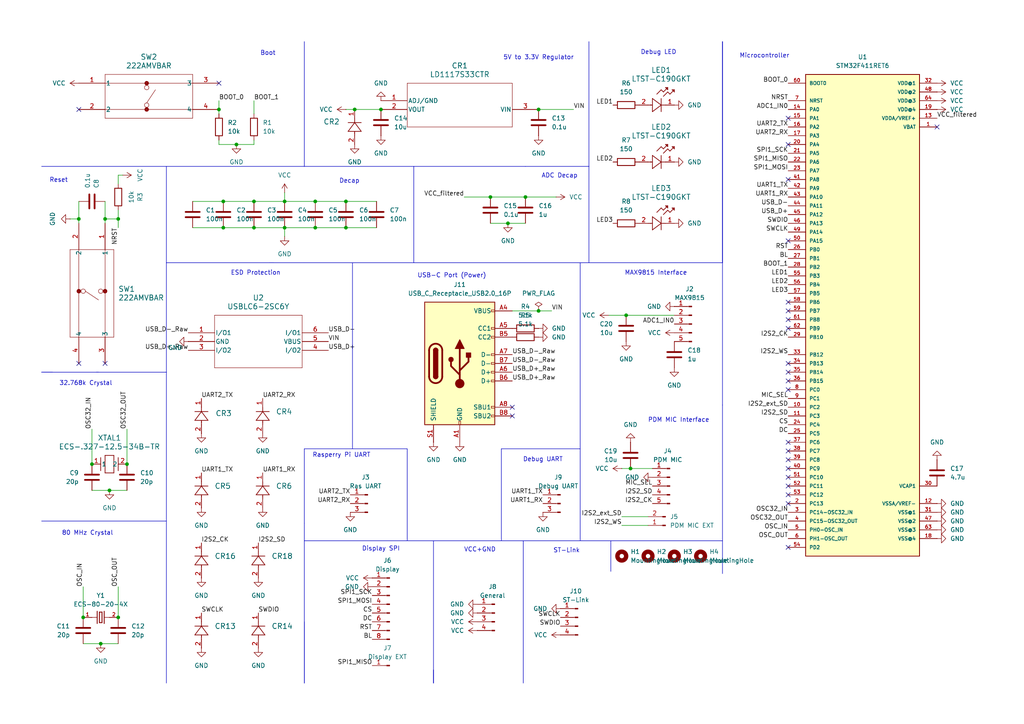
<source format=kicad_sch>
(kicad_sch (version 20250114) (generator "eeschema") (generator_version "9.0")
  (paper "A4")
  (text "Microcontroller" (at 221.742 16.256 0) (effects (font (size 1.27 1.27))))
  (text "Rasperry Pi UART" (at 99.06 132.08 0) (effects (font (size 1.27 1.27))))
  (text "Boot" (at 77.724 15.494 0) (effects (font (size 1.27 1.27))))
  (text "Debug LED" (at 191.008 15.24 0) (effects (font (size 1.27 1.27))))
  (text "32.768k Crystal" (at 24.892 111.252 0) (effects (font (size 1.27 1.27))))
  (text "PDM MIC Interface" (at 196.85 121.92 0) (effects (font (size 1.27 1.27))))
  (text "Reset" (at 17.018 52.324 0) (effects (font (size 1.27 1.27))))
  (text "Debug UART" (at 157.48 133.35 0) (effects (font (size 1.27 1.27))))
  (text "USB-C Port (Power)" (at 131.064 80.01 0) (effects (font (size 1.27 1.27))))
  (text "ADC Decap" (at 162.306 51.054 0) (effects (font (size 1.27 1.27))))
  (text "VCC+GND" (at 139.192 159.512 0) (effects (font (size 1.27 1.27))))
  (text "Display SPI" (at 110.49 159.258 0) (effects (font (size 1.27 1.27))))
  (text "Decap" (at 101.346 52.578 0) (effects (font (size 1.27 1.27))))
  (text "ST-Link" (at 164.338 159.766 0) (effects (font (size 1.27 1.27))))
  (text "ESD Protection" (at 74.168 79.248 0) (effects (font (size 1.27 1.27))))
  (text "MAX9815 Interface" (at 190.246 79.248 0) (effects (font (size 1.27 1.27))))
  (text "5V to 3.3V Regulator" (at 156.21 16.764 0) (effects (font (size 1.27 1.27))))
  (text "80 MHz Crystal" (at 25.4 154.686 0) (effects (font (size 1.27 1.27))))
  (junction (at 63.5 31.75))
  (junction (at 34.29 179.07))
  (junction (at 36.83 134.62))
  (junction (at 34.29 63.5))
  (junction (at 91.44 58.42))
  (junction (at 182.88 135.89))
  (junction (at 100.33 58.42))
  (junction (at 30.48 63.5))
  (junction (at 29.21 186.69))
  (junction (at 110.49 31.75))
  (junction (at 24.13 179.07))
  (junction (at 31.75 142.24))
  (junction (at 64.77 66.04))
  (junction (at 73.66 58.42))
  (junction (at 26.67 134.62))
  (junction (at 142.24 57.15))
  (junction (at 22.86 63.5))
  (junction (at 91.44 66.04))
  (junction (at 152.4 57.15))
  (junction (at 82.55 58.42))
  (junction (at 102.87 31.75))
  (junction (at 68.58 41.91))
  (junction (at 100.33 66.04))
  (junction (at 82.55 66.04))
  (junction (at 156.21 90.17))
  (junction (at 156.21 31.75))
  (junction (at 64.77 58.42))
  (junction (at 181.61 91.44))
  (junction (at 147.32 64.77))
  (junction (at 73.66 66.04))
  (no_connect (at 228.6 158.75))
  (no_connect (at 271.78 36.83))
  (no_connect (at 228.6 34.29))
  (no_connect (at 228.6 135.89))
  (no_connect (at 228.6 90.17))
  (no_connect (at 228.6 41.91))
  (no_connect (at 148.59 120.65))
  (no_connect (at 228.6 128.27))
  (no_connect (at 30.48 105.41))
  (no_connect (at 148.59 118.11))
  (no_connect (at 228.6 69.85))
  (no_connect (at 228.6 110.49))
  (no_connect (at 228.6 138.43))
  (no_connect (at 228.6 87.63))
  (no_connect (at 228.6 113.03))
  (no_connect (at 228.6 105.41))
  (no_connect (at 228.6 133.35))
  (no_connect (at 228.6 146.05))
  (no_connect (at 228.6 95.25))
  (no_connect (at 22.86 105.41))
  (no_connect (at 63.5 24.13))
  (no_connect (at 228.6 52.07))
  (no_connect (at 228.6 130.81))
  (no_connect (at 228.6 107.95))
  (no_connect (at 228.6 143.51))
  (no_connect (at 228.6 140.97))
  (no_connect (at 228.6 92.71))
  (no_connect (at 22.86 31.75))
  (wire (pts (xy 142.24 57.15) (xy 152.4 57.15)))
  (polyline (pts (xy 118.11 130.175) (xy 118.11 156.21)))
  (polyline (pts (xy 12.065 151.13) (xy 48.26 151.13)))
  (wire (pts (xy 181.61 91.44) (xy 195.58 91.44)))
  (polyline (pts (xy 88.265 156.845) (xy 176.53 156.845)))
  (wire (pts (xy 34.29 50.8) (xy 34.29 53.34)))
  (polyline (pts (xy 48.26 48.26) (xy 48.26 76.2)))
  (wire (pts (xy 24.13 186.69) (xy 29.21 186.69)))
  (wire (pts (xy 91.44 66.04) (xy 100.33 66.04)))
  (wire (pts (xy 35.56 50.8) (xy 34.29 50.8)))
  (polyline (pts (xy 88.265 151.765) (xy 88.265 156.845)))
  (polyline (pts (xy 120.015 48.26) (xy 120.015 76.2)))
  (polyline (pts (xy 170.815 48.26) (xy 170.815 76.2)))
  (wire (pts (xy 30.48 63.5) (xy 30.48 64.77)))
  (wire (pts (xy 68.58 41.91) (xy 73.66 41.91)))
  (wire (pts (xy 30.48 63.5) (xy 34.29 63.5)))
  (wire (pts (xy 156.21 31.75) (xy 166.37 31.75)))
  (polyline (pts (xy 145.415 130.175) (xy 168.275 130.175)))
  (polyline (pts (xy 102.235 76.2) (xy 102.235 130.175)))
  (wire (pts (xy 64.77 66.04) (xy 73.66 66.04)))
  (wire (pts (xy 20.32 63.5) (xy 22.86 63.5)))
  (polyline (pts (xy 176.53 156.845) (xy 177.165 156.845)))
  (polyline (pts (xy 27.94 107.95) (xy 48.26 107.95)))
  (polyline (pts (xy 177.165 156.845) (xy 177.165 165.735)))
  (polyline (pts (xy 209.55 117.475) (xy 209.55 166.37)))
  (polyline (pts (xy 48.26 107.95) (xy 48.26 198.12)))
  (polyline (pts (xy 168.275 130.175) (xy 168.275 156.845)))
  (wire (pts (xy 91.44 58.42) (xy 100.33 58.42)))
  (wire (pts (xy 22.86 63.5) (xy 22.86 64.77)))
  (wire (pts (xy 73.66 58.42) (xy 82.55 58.42)))
  (wire (pts (xy 63.5 31.75) (xy 63.5 33.02)))
  (polyline (pts (xy 12.065 107.95) (xy 28.575 107.95)))
  (polyline (pts (xy 152.4 48.26) (xy 170.815 48.26)))
  (wire (pts (xy 55.88 58.42) (xy 64.77 58.42)))
  (polyline (pts (xy 12.065 107.95) (xy 15.24 107.95)))
  (polyline (pts (xy 48.26 76.2) (xy 48.26 107.95)))
  (wire (pts (xy 82.55 55.88) (xy 82.55 58.42)))
  (wire (pts (xy 82.55 66.04) (xy 91.44 66.04)))
  (wire (pts (xy 147.32 64.77) (xy 152.4 64.77)))
  (wire (pts (xy 160.02 90.17) (xy 156.21 90.17)))
  (wire (pts (xy 36.83 124.46) (xy 36.83 134.62)))
  (wire (pts (xy 182.88 135.89) (xy 189.23 135.89)))
  (wire (pts (xy 22.86 58.42) (xy 22.86 63.5)))
  (wire (pts (xy 64.77 58.42) (xy 73.66 58.42)))
  (polyline (pts (xy 125.73 156.845) (xy 125.73 198.12)))
  (wire (pts (xy 24.13 170.18) (xy 24.13 179.07)))
  (wire (pts (xy 156.21 90.17) (xy 148.59 90.17)))
  (wire (pts (xy 34.29 63.5) (xy 34.29 66.04)))
  (wire (pts (xy 26.67 142.24) (xy 31.75 142.24)))
  (wire (pts (xy 34.29 170.18) (xy 34.29 179.07)))
  (wire (pts (xy 26.67 124.46) (xy 26.67 134.62)))
  (wire (pts (xy 100.33 31.75) (xy 102.87 31.75)))
  (wire (pts (xy 73.66 29.21) (xy 73.66 33.02)))
  (polyline (pts (xy 145.415 130.175) (xy 145.415 156.845)))
  (wire (pts (xy 73.66 41.91) (xy 73.66 40.64)))
  (wire (pts (xy 55.88 66.04) (xy 64.77 66.04)))
  (wire (pts (xy 63.5 41.91) (xy 63.5 40.64)))
  (wire (pts (xy 180.34 135.89) (xy 182.88 135.89)))
  (wire (pts (xy 34.29 60.96) (xy 34.29 63.5)))
  (polyline (pts (xy 209.55 12.065) (xy 209.55 76.2)))
  (wire (pts (xy 100.33 66.04) (xy 109.22 66.04)))
  (wire (pts (xy 102.87 31.75) (xy 110.49 31.75)))
  (wire (pts (xy 30.48 58.42) (xy 30.48 63.5)))
  (polyline (pts (xy 170.815 12.065) (xy 170.815 48.26)))
  (wire (pts (xy 82.55 66.04) (xy 82.55 68.58)))
  (wire (pts (xy 63.5 41.91) (xy 68.58 41.91)))
  (wire (pts (xy 134.62 57.15) (xy 142.24 57.15)))
  (polyline (pts (xy 12.065 48.26) (xy 88.265 48.26)))
  (polyline (pts (xy 88.265 48.26) (xy 152.4 48.26)))
  (polyline (pts (xy 209.55 12.065) (xy 209.55 117.475)))
  (polyline (pts (xy 177.165 156.845) (xy 209.55 156.845)))
  (polyline (pts (xy 88.265 130.175) (xy 118.11 130.175)))
  (polyline (pts (xy 118.11 156.21) (xy 118.11 156.845)))
  (wire (pts (xy 82.55 58.42) (xy 91.44 58.42)))
  (polyline (pts (xy 88.265 76.2) (xy 168.275 76.2)))
  (polyline (pts (xy 125.73 194.31) (xy 125.73 198.12)))
  (polyline (pts (xy 88.265 130.175) (xy 88.265 151.765)))
  (polyline (pts (xy 151.765 156.845) (xy 151.765 198.12)))
  (polyline (pts (xy 78.105 76.2) (xy 88.265 76.2)))
  (wire (pts (xy 100.33 58.42) (xy 109.22 58.42)))
  (wire (pts (xy 63.5 29.21) (xy 63.5 31.75)))
  (wire (pts (xy 29.21 186.69) (xy 34.29 186.69)))
  (polyline (pts (xy 88.265 180.34) (xy 88.265 198.12)))
  (polyline (pts (xy 48.26 76.2) (xy 79.375 76.2)))
  (polyline (pts (xy 88.265 156.845) (xy 88.265 198.12)))
  (wire (pts (xy 180.34 149.86) (xy 187.96 149.86)))
  (wire (pts (xy 176.53 91.44) (xy 181.61 91.44)))
  (wire (pts (xy 142.24 64.77) (xy 147.32 64.77)))
  (polyline (pts (xy 88.265 12.065) (xy 88.265 48.26)))
  (wire (pts (xy 180.34 152.4) (xy 187.96 152.4)))
  (polyline (pts (xy 168.275 76.2) (xy 209.55 76.2)))
  (polyline (pts (xy 168.275 76.2) (xy 168.275 130.175)))
  (wire (pts (xy 152.4 57.15) (xy 161.29 57.15)))
  (wire (pts (xy 31.75 142.24) (xy 36.83 142.24)))
  (wire (pts (xy 73.66 66.04) (xy 82.55 66.04)))
  (label "SWDIO" (at 228.6 64.77 180))
  (label "I2S2_ext_SD" (at 180.34 149.86 180))
  (label "I2S2_SD" (at 189.23 143.51 180))
  (label "I2S2_CK" (at 189.23 146.05 180))
  (label "UART2_RX" (at 76.2 115.57 0))
  (label "USB_D+_Raw" (at 148.59 110.49 0))
  (label "UART2_RX" (at 228.6 39.37 180))
  (label "LED1" (at 228.6 80.01 180))
  (label "MIC_SEL" (at 189.23 140.97 180))
  (label "SWCLK" (at 58.42 177.8 0))
  (label "BOOT_0" (at 63.5 29.21 0))
  (label "OSC32_IN" (at 26.67 124.46 90))
  (label "UART1_TX" (at 157.48 143.51 180))
  (label "USB_D-_Raw" (at 54.61 96.52 180))
  (label "NRST" (at 34.29 66.04 270))
  (label "NRST" (at 228.6 29.21 180))
  (label "VIN" (at 160.02 90.17 0))
  (label "OSC_IN" (at 228.6 153.67 180))
  (label "I2S2_WS" (at 180.34 152.4 180))
  (label "I2S2_CK" (at 58.42 157.48 0))
  (label "LED3" (at 177.8 64.77 180))
  (label "UART2_TX" (at 101.6 143.51 180))
  (label "BOOT_1" (at 73.66 29.21 0))
  (label "I2S2_ext_SD" (at 228.6 118.11 180))
  (label "OSC32_OUT" (at 228.6 151.13 180))
  (label "SPI1_MOSI" (at 107.95 175.26 180))
  (label "I2S2_CK" (at 228.6 97.79 180))
  (label "SPI1_SCK" (at 228.6 44.45 180))
  (label "DC" (at 228.6 125.73 180))
  (label "UART2_TX" (at 58.42 115.57 0))
  (label "USB_D-" (at 228.6 59.69 180))
  (label "OSC32_IN" (at 228.6 148.59 180))
  (label "VCC_filtered" (at 134.62 57.15 180))
  (label "UART2_TX" (at 228.6 36.83 180))
  (label "USB_D-_Raw" (at 148.59 105.41 0))
  (label "UART1_RX" (at 157.48 146.05 180))
  (label "USB_D+" (at 228.6 62.23 180))
  (label "BL" (at 107.95 185.42 180))
  (label "SPI1_MISO" (at 107.95 193.04 180))
  (label "LED1" (at 177.8 30.48 180))
  (label "USB_D+_Raw" (at 148.59 107.95 0))
  (label "SPI1_MISO" (at 228.6 46.99 180))
  (label "SWCLK" (at 228.6 67.31 180))
  (label "UART1_RX" (at 228.6 57.15 180))
  (label "SWDIO" (at 162.56 181.61 180))
  (label "I2S2_SD" (at 74.93 157.48 0))
  (label "USB_D-" (at 95.25 96.52 0))
  (label "OSC_OUT" (at 228.6 156.21 180))
  (label "BL" (at 228.6 74.93 180))
  (label "CS" (at 107.95 177.8 180))
  (label "ADC1_IN0" (at 195.58 93.98 180))
  (label "UART1_TX" (at 228.6 54.61 180))
  (label "SWDIO" (at 74.93 177.8 0))
  (label "UART2_RX" (at 101.6 146.05 180))
  (label "BOOT_0" (at 228.6 24.13 180))
  (label "USB_D+" (at 95.25 101.6 0))
  (label "I2S2_WS" (at 228.6 102.87 180))
  (label "SPI1_MOSI" (at 228.6 49.53 180))
  (label "OSC_IN" (at 24.13 170.18 90))
  (label "USB_D-_Raw" (at 148.59 102.87 0))
  (label "ADC1_IN0" (at 228.6 31.75 180))
  (label "BOOT_1" (at 228.6 77.47 180))
  (label "MIC_SEL" (at 228.6 115.57 180))
  (label "OSC32_OUT" (at 36.83 124.46 90))
  (label "VIN" (at 166.37 31.75 0))
  (label "OSC_OUT" (at 34.29 170.18 90))
  (label "LED2" (at 228.6 82.55 180))
  (label "LED3" (at 228.6 85.09 180))
  (label "UART1_RX" (at 76.2 137.16 0))
  (label "SWCLK" (at 162.56 179.07 180))
  (label "CS" (at 228.6 123.19 180))
  (label "VIN" (at 95.25 99.06 0))
  (label "VCC_filtered" (at 271.78 34.29 0))
  (label "SPI1_SCK" (at 107.95 172.72 180))
  (label "RST" (at 107.95 182.88 180))
  (label "LED2" (at 177.8 46.99 180))
  (label "I2S2_SD" (at 228.6 120.65 180))
  (label "DC" (at 107.95 180.34 180))
  (label "UART1_TX" (at 58.42 137.16 0))
  (label "RST" (at 228.6 72.39 180))
  (label "USB_D+_Raw" (at 54.61 101.6 180))
  (symbol (lib_id "power:VCC") (at 100.33 31.75 90) (unit 1)
    (property "Reference" "#PWR012" (effects (hide yes)))
    (property "Value" "VCC" (at 96.52 31.7499 90) (effects (justify left)))
    (property "Description" "Power symbol creates a global label with name \"VCC\"" (effects (hide yes)))
  )
  (symbol (lib_id "power:GND") (at 82.55 68.58 0) (unit 1)
    (property "Reference" "#PWR04" (effects (hide yes)))
    (property "Value" "GND" (at 82.55 73.66 0))
    (property "Description" "Power symbol creates a global label with name \"GND\" , ground" (effects (hide yes)))
  )
  (symbol (lib_id "Device:C") (at 271.78 137.16 0) (unit 1)
    (property "Reference" "C17" (at 275.59 135.8899 0) (effects (justify left)))
    (property "Value" "4.7u" (at 275.59 138.4299 0) (effects (justify left)))
    (property "Footprint" "Capacitor_SMD:C_0603_1608Metric_Pad1.08x0.95mm_HandSolder" (effects (hide yes)))
    (property "Description" "Unpolarized capacitor" (effects (hide yes)))
  )
  (symbol (lib_id "power:VCC") (at 271.78 24.13 270) (unit 1)
    (property "Reference" "#PWR025" (effects (hide yes)))
    (property "Value" "VCC" (at 275.59 24.1299 90) (effects (justify left)))
    (property "Description" "Power symbol creates a global label with name \"VCC\"" (effects (hide yes)))
  )
  (symbol (lib_id "Connector:Conn_01x04_Pin") (at 143.51 177.8 0) (mirror y) (unit 1)
    (property "Reference" "J8" (at 142.875 170.18 0))
    (property "Value" "General" (at 142.875 172.72 0))
    (property "Footprint" "Connector_PinHeader_2.54mm:PinHeader_1x04_P2.54mm_Vertical" (effects (hide yes)))
    (property "Description" "Generic connector, single row, 01x04, script generated" (effects (hide yes)))
  )
  (symbol (lib_id "Device:C") (at 91.44 62.23 0) (unit 1)
    (property "Reference" "C5" (at 95.25 60.9599 0) (effects (justify left)))
    (property "Value" "100n" (at 95.25 63.4999 0) (effects (justify left)))
    (property "Footprint" "Capacitor_SMD:C_0603_1608Metric_Pad1.08x0.95mm_HandSolder" (effects (hide yes)))
    (property "Description" "Unpolarized capacitor" (effects (hide yes)))
  )
  (symbol (lib_id "power:GND") (at 76.2 147.32 0) (unit 1)
    (property "Reference" "#PWR056" (effects (hide yes)))
    (property "Value" "GND" (at 76.2 152.4 0))
    (property "Description" "Power symbol creates a global label with name \"GND\" , ground" (effects (hide yes)))
  )
  (symbol (lib_id "Device:C") (at 24.13 182.88 0) (mirror y) (unit 1)
    (property "Reference" "C11" (at 20.32 181.6099 0) (effects (justify left)))
    (property "Value" "20p" (at 20.32 184.1499 0) (effects (justify left)))
    (property "Footprint" "Capacitor_SMD:C_0603_1608Metric_Pad1.08x0.95mm_HandSolder" (effects (hide yes)))
    (property "Description" "Unpolarized capacitor" (effects (hide yes)))
  )
  (symbol (lib_id "power:GND") (at 195.58 46.99 90) (unit 1)
    (property "Reference" "#PWR045" (effects (hide yes)))
    (property "Value" "GND" (at 199.39 46.9899 90) (effects (justify right)))
    (property "Description" "Power symbol creates a global label with name \"GND\" , ground" (effects (hide yes)))
  )
  (symbol (lib_id "2025-03-19_21-11-36:LD1117S33CTR") (at 110.49 29.21 0) (unit 1)
    (property "Reference" "CR1" (at 133.35 19.05 0) (effects (font (size 1.524 1.524))))
    (property "Value" "LD1117S33CTR" (at 133.35 21.59 0) (effects (font (size 1.524 1.524))))
    (property "Footprint" "LD1117S33CTR:SOT-223_STM-L" (effects (hide yes)))
    (property "Datasheet" "LD1117S33CTR" (effects (hide yes)))
  )
  (symbol (lib_id "power:VCC") (at 22.86 24.13 90) (unit 1)
    (property "Reference" "#PWR03" (effects (hide yes)))
    (property "Value" "VCC" (at 19.05 24.1299 90) (effects (justify left)))
    (property "Description" "Power symbol creates a global label with name \"VCC\"" (effects (hide yes)))
  )
  (symbol (lib_id "Device:C") (at 100.33 62.23 0) (unit 1)
    (property "Reference" "C6" (at 104.14 60.9599 0) (effects (justify left)))
    (property "Value" "100n" (at 104.14 63.4999 0) (effects (justify left)))
    (property "Footprint" "Capacitor_SMD:C_0603_1608Metric_Pad1.08x0.95mm_HandSolder" (effects (hide yes)))
    (property "Description" "Unpolarized capacitor" (effects (hide yes)))
  )
  (symbol (lib_id "2025-03-21_00-59-48:PESD3V3L1BA_115") (at 76.2 125.73 90) (unit 1)
    (property "Reference" "CR4" (at 80.01 119.3799 90) (effects (font (size 1.524 1.524)) (justify right)))
    (property "Value" "PESD3V3L1BA_115" (effects (hide yes)))
    (property "Footprint" "PESD3V3:DIODE_PESD3V3L1BA_115_NEX-L" (effects (hide yes)))
    (property "Datasheet" "PESD3V3L1BA_115" (effects (hide yes)))
  )
  (symbol (lib_id "power:PWR_FLAG") (at 156.21 90.17 0) (unit 1)
    (property "Reference" "#FLG01" (effects (hide yes)))
    (property "Value" "PWR_FLAG" (at 156.21 85.09 0))
    (property "Description" "Special symbol for telling ERC where power comes from" (effects (hide yes)))
  )
  (symbol (lib_id "power:GND") (at 76.2 125.73 0) (unit 1)
    (property "Reference" "#PWR054" (effects (hide yes)))
    (property "Value" "GND" (at 76.2 130.81 0))
    (property "Description" "Power symbol creates a global label with name \"GND\" , ground" (effects (hide yes)))
  )
  (symbol (lib_id "2025-03-21_00-59-48:PESD3V3L1BA_115") (at 58.42 187.96 90) (unit 1)
    (property "Reference" "CR13" (at 62.23 181.6099 90) (effects (font (size 1.524 1.524)) (justify right)))
    (property "Value" "PESD3V3L1BA_115" (effects (hide yes)))
    (property "Footprint" "PESD3V3:DIODE_PESD3V3L1BA_115_NEX-L" (effects (hide yes)))
    (property "Datasheet" "PESD3V3L1BA_115" (effects (hide yes)))
  )
  (symbol (lib_id "2025-03-20_05-34-50:LTST-C190GKT") (at 185.42 30.48 0) (unit 1)
    (property "Reference" "LED1" (at 191.77 20.32 0) (effects (font (size 1.524 1.524))))
    (property "Value" "LTST-C190GKT" (at 191.77 22.86 0) (effects (font (size 1.524 1.524))))
    (property "Footprint" "LTST_C190GKT:LED_LTST-C190CKT_LTO" (effects (hide yes)))
    (property "Datasheet" "LTST-C190GKT" (effects (hide yes)))
  )
  (symbol (lib_id "power:VCC") (at 271.78 31.75 270) (unit 1)
    (property "Reference" "#PWR030" (effects (hide yes)))
    (property "Value" "VCC" (at 275.59 31.7499 90) (effects (justify left)))
    (property "Description" "Power symbol creates a global label with name \"VCC\"" (effects (hide yes)))
  )
  (symbol (lib_id "power:GND") (at 133.35 128.27 0) (unit 1)
    (property "Reference" "#PWR021" (effects (hide yes)))
    (property "Value" "GND" (at 133.35 133.35 0))
    (property "Description" "Power symbol creates a global label with name \"GND\" , ground" (effects (hide yes)))
  )
  (symbol (lib_id "Connector:Conn_01x03_Pin") (at 162.56 146.05 0) (mirror y) (unit 1)
    (property "Reference" "J9" (at 161.925 138.43 0))
    (property "Value" "Debug UART" (at 161.925 140.97 0))
    (property "Footprint" "Connector_PinHeader_2.54mm:PinHeader_1x03_P2.54mm_Vertical" (effects (hide yes)))
    (property "Description" "Generic connector, single row, 01x03, script generated" (effects (hide yes)))
  )
  (symbol (lib_id "2025-03-21_01-10-42:USBLC6-2SC6Y") (at 54.61 96.52 0) (unit 1)
    (property "Reference" "U2" (at 74.93 86.36 0) (effects (font (size 1.524 1.524))))
    (property "Value" "USBLC6-2SC6Y" (at 74.93 88.9 0) (effects (font (size 1.524 1.524))))
    (property "Footprint" "USBLC6_2SC6Y:SOT23-6L_STM-L" (effects (hide yes)))
    (property "Datasheet" "USBLC6-2SC6Y" (effects (hide yes)))
  )
  (symbol (lib_id "Connector:Conn_01x01_Pin") (at 113.03 193.04 0) (mirror y) (unit 1)
    (property "Reference" "J7" (at 112.395 187.96 0))
    (property "Value" "Display EXT" (at 112.395 190.5 0))
    (property "Footprint" "Connector_PinHeader_2.54mm:PinHeader_1x01_P2.54mm_Vertical" (effects (hide yes)))
    (property "Description" "Generic connector, single row, 01x01, script generated" (effects (hide yes)))
  )
  (symbol (lib_id "power:GND") (at 58.42 147.32 0) (unit 1)
    (property "Reference" "#PWR055" (effects (hide yes)))
    (property "Value" "GND" (at 58.42 152.4 0))
    (property "Description" "Power symbol creates a global label with name \"GND\" , ground" (effects (hide yes)))
  )
  (symbol (lib_id "power:GND") (at 195.58 64.77 90) (unit 1)
    (property "Reference" "#PWR046" (effects (hide yes)))
    (property "Value" "GND" (at 199.39 64.7699 90) (effects (justify right)))
    (property "Description" "Power symbol creates a global label with name \"GND\" , ground" (effects (hide yes)))
  )
  (symbol (lib_id "2025-03-21_00-59-48:PESD3V3L1BA_115") (at 102.87 41.91 270) (mirror x) (unit 1)
    (property "Reference" "CR2" (at 98.552 35.306 90) (effects (font (size 1.524 1.524)) (justify right)))
    (property "Value" "PESD3V3L1BA_115" (effects (hide yes)))
    (property "Footprint" "PESD3V3:DIODE_PESD3V3L1BA_115_NEX-L" (effects (hide yes)))
    (property "Datasheet" "PESD3V3L1BA_115" (effects (hide yes)))
  )
  (symbol (lib_id "Device:C") (at 73.66 62.23 0) (unit 1)
    (property "Reference" "C3" (at 77.47 60.9599 0) (effects (justify left)))
    (property "Value" "100n" (at 77.47 63.4999 0) (effects (justify left)))
    (property "Footprint" "Capacitor_SMD:C_0603_1608Metric_Pad1.08x0.95mm_HandSolder" (effects (hide yes)))
    (property "Description" "Unpolarized capacitor" (effects (hide yes)))
  )
  (symbol (lib_id "2025-03-21_00-59-48:PESD3V3L1BA_115") (at 58.42 147.32 90) (unit 1)
    (property "Reference" "CR5" (at 62.23 140.9699 90) (effects (font (size 1.524 1.524)) (justify right)))
    (property "Value" "PESD3V3L1BA_115" (effects (hide yes)))
    (property "Footprint" "PESD3V3:DIODE_PESD3V3L1BA_115_NEX-L" (effects (hide yes)))
    (property "Datasheet" "PESD3V3L1BA_115" (effects (hide yes)))
  )
  (symbol (lib_id "2025-03-21_00-59-48:PESD3V3L1BA_115") (at 58.42 167.64 90) (unit 1)
    (property "Reference" "CR16" (at 62.23 161.2899 90) (effects (font (size 1.524 1.524)) (justify right)))
    (property "Value" "PESD3V3L1BA_115" (effects (hide yes)))
    (property "Footprint" "PESD3V3:DIODE_PESD3V3L1BA_115_NEX-L" (effects (hide yes)))
    (property "Datasheet" "PESD3V3L1BA_115" (effects (hide yes)))
  )
  (symbol (lib_id "power:GND") (at 157.48 148.59 0) (unit 1)
    (property "Reference" "#PWR047" (effects (hide yes)))
    (property "Value" "GND" (at 157.48 153.67 0))
    (property "Description" "Power symbol creates a global label with name \"GND\" , ground" (effects (hide yes)))
  )
  (symbol (lib_id "Device:C") (at 182.88 132.08 0) (mirror y) (unit 1)
    (property "Reference" "C19" (at 179.07 130.8099 0) (effects (justify left)))
    (property "Value" "10u" (at 179.07 133.3499 0) (effects (justify left)))
    (property "Footprint" "Capacitor_SMD:C_0805_2012Metric_Pad1.18x1.45mm_HandSolder" (effects (hide yes)))
    (property "Description" "Unpolarized capacitor" (effects (hide yes)))
  )
  (symbol (lib_id "power:GND") (at 101.6 148.59 0) (unit 1)
    (property "Reference" "#PWR035" (effects (hide yes)))
    (property "Value" "GND" (at 101.6 153.67 0))
    (property "Description" "Power symbol creates a global label with name \"GND\" , ground" (effects (hide yes)))
  )
  (symbol (lib_id "STM32F411RET6:STM32F411RET6") (at 251.46 87.63 0) (unit 1)
    (property "Reference" "U1" (at 250.19 16.51 0))
    (property "Value" "STM32F411RET6" (at 250.19 19.05 0))
    (property "Footprint" "STM32F411RE6:QFP50P1200X1200X160-64N" (effects (hide yes)))
    (property "MANUFACTURER" "ST Microelectronics" (effects (hide yes)))
  )
  (symbol (lib_id "power:GND") (at 58.42 167.64 0) (unit 1)
    (property "Reference" "#PWR066" (effects (hide yes)))
    (property "Value" "GND" (at 58.42 172.72 0))
    (property "Description" "Power symbol creates a global label with name \"GND\" , ground" (effects (hide yes)))
  )
  (symbol (lib_id "power:GND") (at 195.58 106.68 0) (unit 1)
    (property "Reference" "#PWR034" (effects (hide yes)))
    (property "Value" "GND" (at 195.58 111.76 0))
    (property "Description" "Power symbol creates a global label with name \"GND\" , ground" (effects (hide yes)))
  )
  (symbol (lib_id "Connector:Conn_01x08_Pin") (at 113.03 175.26 0) (mirror y) (unit 1)
    (property "Reference" "J6" (at 112.395 162.56 0))
    (property "Value" "Display" (at 112.395 165.1 0))
    (property "Footprint" "Connector_PinHeader_2.54mm:PinHeader_1x08_P2.54mm_Vertical" (effects (hide yes)))
    (property "Description" "Generic connector, single row, 01x08, script generated" (effects (hide yes)))
  )
  (symbol (lib_id "power:GND") (at 125.73 128.27 0) (unit 1)
    (property "Reference" "#PWR020" (effects (hide yes)))
    (property "Value" "GND" (at 125.73 133.35 0))
    (property "Description" "Power symbol creates a global label with name \"GND\" , ground" (effects (hide yes)))
  )
  (symbol (lib_id "2025-03-20_05-34-50:LTST-C190GKT") (at 185.42 64.77 0) (unit 1)
    (property "Reference" "LED3" (at 191.77 54.61 0) (effects (font (size 1.524 1.524))))
    (property "Value" "LTST-C190GKT" (at 191.77 57.15 0) (effects (font (size 1.524 1.524))))
    (property "Footprint" "LTST_C190GKT:LED_LTST-C190CKT_LTO" (effects (hide yes)))
    (property "Datasheet" "LTST-C190GKT" (effects (hide yes)))
  )
  (symbol (lib_id "power:GND") (at 162.56 176.53 270) (unit 1)
    (property "Reference" "#PWR048" (effects (hide yes)))
    (property "Value" "GND" (at 158.75 176.5299 90) (effects (justify right)))
    (property "Description" "Power symbol creates a global label with name \"GND\" , ground" (effects (hide yes)))
  )
  (symbol (lib_id "Connector:Conn_01x03_Pin") (at 106.68 146.05 0) (mirror y) (unit 1)
    (property "Reference" "J3" (at 106.045 138.43 0))
    (property "Value" "Ras UART" (at 106.045 140.97 0))
    (property "Footprint" "Connector_PinHeader_2.54mm:PinHeader_1x03_P2.54mm_Vertical" (effects (hide yes)))
    (property "Description" "Generic connector, single row, 01x03, script generated" (effects (hide yes)))
  )
  (symbol (lib_id "power:GND") (at 271.78 151.13 90) (unit 1)
    (property "Reference" "#PWR014" (effects (hide yes)))
    (property "Value" "GND" (at 275.59 151.1299 90) (effects (justify right)))
    (property "Description" "Power symbol creates a global label with name \"GND\" , ground" (effects (hide yes)))
  )
  (symbol (lib_id "ECS-80-20-4X:ECS-80-20-4X") (at 29.21 179.07 0) (unit 1)
    (property "Reference" "Y1" (at 29.21 172.72 0))
    (property "Value" "ECS-80-20-4X" (at 29.21 175.26 0))
    (property "Footprint" "ECS_80:XTAL_ECS-80-20-4X" (effects (hide yes)))
    (property "MANUFACTURER" "ECS Inc." (effects (hide yes)))
  )
  (symbol (lib_id "Device:C") (at 64.77 62.23 0) (unit 1)
    (property "Reference" "C2" (at 68.58 60.9599 0) (effects (justify left)))
    (property "Value" "100n" (at 68.58 63.4999 0) (effects (justify left)))
    (property "Footprint" "Capacitor_SMD:C_0603_1608Metric_Pad1.08x0.95mm_HandSolder" (effects (hide yes)))
    (property "Description" "Unpolarized capacitor" (effects (hide yes)))
  )
  (symbol (lib_id "Device:C") (at 110.49 35.56 0) (unit 1)
    (property "Reference" "C14" (at 114.3 34.2899 0) (effects (justify left)))
    (property "Value" "10u" (at 114.3 36.8299 0) (effects (justify left)))
    (property "Footprint" "Capacitor_SMD:C_0805_2012Metric_Pad1.18x1.45mm_HandSolder" (effects (hide yes)))
    (property "Description" "Unpolarized capacitor" (effects (hide yes)))
  )
  (symbol (lib_id "2025-03-21_00-59-48:PESD3V3L1BA_115") (at 74.93 187.96 90) (unit 1)
    (property "Reference" "CR14" (at 78.74 181.6099 90) (effects (font (size 1.524 1.524)) (justify right)))
    (property "Value" "PESD3V3L1BA_115" (effects (hide yes)))
    (property "Footprint" "PESD3V3:DIODE_PESD3V3L1BA_115_NEX-L" (effects (hide yes)))
    (property "Datasheet" "PESD3V3L1BA_115" (effects (hide yes)))
  )
  (symbol (lib_id "power:GND") (at 54.61 99.06 270) (unit 1)
    (property "Reference" "#PWR052" (effects (hide yes)))
    (property "Value" "GND" (at 52.832 100.838 90) (effects (justify right)))
    (property "Description" "Power symbol creates a global label with name \"GND\" , ground" (effects (hide yes)))
  )
  (symbol (lib_id "power:GND") (at 271.78 153.67 90) (unit 1)
    (property "Reference" "#PWR015" (effects (hide yes)))
    (property "Value" "GND" (at 275.59 153.6699 90) (effects (justify right)))
    (property "Description" "Power symbol creates a global label with name \"GND\" , ground" (effects (hide yes)))
  )
  (symbol (lib_id "Mechanical:MountingHole") (at 180.34 161.29 0) (unit 1) (exclude_from_sim yes) (in_bom no)
    (property "Reference" "H1" (at 182.88 160.0199 0) (effects (justify left)))
    (property "Value" "MountingHole" (at 182.88 162.5599 0) (effects (justify left)))
    (property "Footprint" "MountingHole:MountingHole_3.2mm_M3" (effects (hide yes)))
    (property "Description" "Mounting Hole without connection" (effects (hide yes)))
  )
  (symbol (lib_id "Device:C") (at 152.4 60.96 0) (unit 1)
    (property "Reference" "C16" (at 156.21 59.6899 0) (effects (justify left)))
    (property "Value" "1u" (at 156.21 62.2299 0) (effects (justify left)))
    (property "Footprint" "Capacitor_SMD:C_0603_1608Metric_Pad1.08x0.95mm_HandSolder" (effects (hide yes)))
    (property "Description" "Unpolarized capacitor" (effects (hide yes)))
  )
  (symbol (lib_id "power:GND") (at 138.43 177.8 270) (unit 1)
    (property "Reference" "#PWR041" (effects (hide yes)))
    (property "Value" "GND" (at 134.62 177.7999 90) (effects (justify right)))
    (property "Description" "Power symbol creates a global label with name \"GND\" , ground" (effects (hide yes)))
  )
  (symbol (lib_id "Device:C") (at 34.29 182.88 0) (unit 1)
    (property "Reference" "C12" (at 38.1 181.6099 0) (effects (justify left)))
    (property "Value" "20p" (at 38.1 184.1499 0) (effects (justify left)))
    (property "Footprint" "Capacitor_SMD:C_0603_1608Metric_Pad1.08x0.95mm_HandSolder" (effects (hide yes)))
    (property "Description" "Unpolarized capacitor" (effects (hide yes)))
  )
  (symbol (lib_id "power:GND") (at 156.21 95.25 90) (unit 1)
    (property "Reference" "#PWR022" (effects (hide yes)))
    (property "Value" "GND" (at 160.02 95.2499 90) (effects (justify right)))
    (property "Description" "Power symbol creates a global label with name \"GND\" , ground" (effects (hide yes)))
  )
  (symbol (lib_id "power:GND") (at 195.58 30.48 90) (unit 1)
    (property "Reference" "#PWR044" (effects (hide yes)))
    (property "Value" "GND" (at 199.39 30.4799 90) (effects (justify right)))
    (property "Description" "Power symbol creates a global label with name \"GND\" , ground" (effects (hide yes)))
  )
  (symbol (lib_id "Device:C") (at 36.83 138.43 0) (unit 1)
    (property "Reference" "C10" (at 40.64 137.1599 0) (effects (justify left)))
    (property "Value" "20p" (at 40.64 139.6999 0) (effects (justify left)))
    (property "Footprint" "Capacitor_SMD:C_0603_1608Metric_Pad1.08x0.95mm_HandSolder" (effects (hide yes)))
    (property "Description" "Unpolarized capacitor" (effects (hide yes)))
  )
  (symbol (lib_id "2025-03-21_06-46-57:222AMVBAR") (at 22.86 26.67 0) (unit 1)
    (property "Reference" "SW2" (at 43.18 16.51 0) (effects (font (size 1.524 1.524))))
    (property "Value" "222AMVBAR" (at 43.18 19.05 0) (effects (font (size 1.524 1.524))))
    (property "Footprint" "222AMVBAR:SO4_222A-M-V-B_CTS" (effects (hide yes)))
    (property "Datasheet" "222AMVBAR" (effects (hide yes)))
  )
  (symbol (lib_id "Device:R") (at 152.4 95.25 90) (unit 1)
    (property "Reference" "R4" (at 152.4 88.9 90))
    (property "Value" "5.1k" (at 152.4 91.44 90))
    (property "Footprint" "Resistor_SMD:R_0805_2012Metric_Pad1.20x1.40mm_HandSolder" (effects (hide yes)))
    (property "Description" "Resistor" (effects (hide yes)))
  )
  (symbol (lib_id "2025-03-20_05-34-50:LTST-C190GKT") (at 185.42 46.99 0) (unit 1)
    (property "Reference" "LED2" (at 191.77 36.83 0) (effects (font (size 1.524 1.524))))
    (property "Value" "LTST-C190GKT" (at 191.77 39.37 0) (effects (font (size 1.524 1.524))))
    (property "Footprint" "LTST_C190GKT:LED_LTST-C190CKT_LTO" (effects (hide yes)))
    (property "Datasheet" "LTST-C190GKT" (effects (hide yes)))
  )
  (symbol (lib_id "power:GND") (at 68.58 41.91 0) (unit 1)
    (property "Reference" "#PWR01" (effects (hide yes)))
    (property "Value" "GND" (at 68.58 46.99 0))
    (property "Description" "Power symbol creates a global label with name \"GND\" , ground" (effects (hide yes)))
  )
  (symbol (lib_id "Connector:USB_C_Receptacle_USB2.0_16P") (at 133.35 105.41 0) (unit 1)
    (property "Reference" "J11" (at 133.35 82.55 0))
    (property "Value" "USB_C_Receptacle_USB2.0_16P" (at 133.35 85.09 0))
    (property "Footprint" "Connector_USB:USB_C_Receptacle_GCT_USB4105-xx-A_16P_TopMnt_Horizontal" (effects (hide yes)))
    (property "Datasheet" "https://www.usb.org/sites/default/files/documents/usb_type-c.zip" (effects (hide yes)))
    (property "Description" "USB 2.0-only 16P Type-C Receptacle connector" (effects (hide yes)))
  )
  (symbol (lib_id "Device:C") (at 55.88 62.23 0) (unit 1)
    (property "Reference" "C1" (at 59.69 60.9599 0) (effects (justify left)))
    (property "Value" "100n" (at 59.69 63.4999 0) (effects (justify left)))
    (property "Footprint" "Capacitor_SMD:C_0603_1608Metric_Pad1.08x0.95mm_HandSolder" (effects (hide yes)))
    (property "Description" "Unpolarized capacitor" (effects (hide yes)))
  )
  (symbol (lib_id "power:GND") (at 189.23 138.43 270) (unit 1)
    (property "Reference" "#PWR037" (effects (hide yes)))
    (property "Value" "GND" (at 185.42 138.4299 90) (effects (justify right)))
    (property "Description" "Power symbol creates a global label with name \"GND\" , ground" (effects (hide yes)))
  )
  (symbol (lib_id "power:GND") (at 110.49 29.21 0) (mirror x) (unit 1)
    (property "Reference" "#PWR09" (effects (hide yes)))
    (property "Value" "GND" (at 110.49 24.13 0))
    (property "Description" "Power symbol creates a global label with name \"GND\" , ground" (effects (hide yes)))
  )
  (symbol (lib_id "Device:C") (at 156.21 35.56 0) (unit 1)
    (property "Reference" "C13" (at 160.02 34.2899 0) (effects (justify left)))
    (property "Value" "0.1u" (at 160.02 36.8299 0) (effects (justify left)))
    (property "Footprint" "Capacitor_SMD:C_0603_1608Metric_Pad1.08x0.95mm_HandSolder" (effects (hide yes)))
    (property "Description" "Unpolarized capacitor" (effects (hide yes)))
  )
  (symbol (lib_id "power:GND") (at 29.21 186.69 0) (unit 1)
    (property "Reference" "#PWR08" (effects (hide yes)))
    (property "Value" "GND" (at 29.21 191.77 0))
    (property "Description" "Power symbol creates a global label with name \"GND\" , ground" (effects (hide yes)))
  )
  (symbol (lib_id "power:GND") (at 107.95 170.18 270) (unit 1)
    (property "Reference" "#PWR039" (effects (hide yes)))
    (property "Value" "GND" (at 104.14 170.1799 90) (effects (justify right)))
    (property "Description" "Power symbol creates a global label with name \"GND\" , ground" (effects (hide yes)))
  )
  (symbol (lib_id "power:VCC") (at 107.95 167.64 90) (unit 1)
    (property "Reference" "#PWR038" (effects (hide yes)))
    (property "Value" "VCC" (at 104.14 167.6399 90) (effects (justify left)))
    (property "Description" "Power symbol creates a global label with name \"VCC\"" (effects (hide yes)))
  )
  (symbol (lib_id "power:VCC") (at 180.34 135.89 90) (unit 1)
    (property "Reference" "#PWR036" (effects (hide yes)))
    (property "Value" "VCC" (at 176.53 135.8899 90) (effects (justify left)))
    (property "Description" "Power symbol creates a global label with name \"VCC\"" (effects (hide yes)))
  )
  (symbol (lib_id "power:GND") (at 31.75 142.24 0) (unit 1)
    (property "Reference" "#PWR07" (effects (hide yes)))
    (property "Value" "GND" (at 31.75 147.32 0))
    (property "Description" "Power symbol creates a global label with name \"GND\" , ground" (effects (hide yes)))
  )
  (symbol (lib_id "Connector:Conn_01x05_Pin") (at 200.66 93.98 0) (mirror y) (unit 1)
    (property "Reference" "J2" (at 200.025 83.82 0))
    (property "Value" "MAX9815" (at 200.025 86.36 0))
    (property "Footprint" "Connector_PinHeader_2.54mm:PinHeader_1x05_P2.54mm_Vertical" (effects (hide yes)))
    (property "Description" "Generic connector, single row, 01x05, script generated" (effects (hide yes)))
  )
  (symbol (lib_id "power:VCC") (at 271.78 29.21 270) (unit 1)
    (property "Reference" "#PWR027" (effects (hide yes)))
    (property "Value" "VCC" (at 275.59 29.2099 90) (effects (justify left)))
    (property "Description" "Power symbol creates a global label with name \"VCC\"" (effects (hide yes)))
  )
  (symbol (lib_id "power:VCC") (at 271.78 26.67 270) (unit 1)
    (property "Reference" "#PWR026" (effects (hide yes)))
    (property "Value" "VCC" (at 275.59 26.6699 90) (effects (justify left)))
    (property "Description" "Power symbol creates a global label with name \"VCC\"" (effects (hide yes)))
  )
  (symbol (lib_id "power:VCC") (at 138.43 180.34 90) (unit 1)
    (property "Reference" "#PWR042" (effects (hide yes)))
    (property "Value" "VCC" (at 134.62 180.3399 90) (effects (justify left)))
    (property "Description" "Power symbol creates a global label with name \"VCC\"" (effects (hide yes)))
  )
  (symbol (lib_id "power:GND") (at 102.87 41.91 0) (unit 1)
    (property "Reference" "#PWR051" (effects (hide yes)))
    (property "Value" "GND" (at 102.87 46.99 0))
    (property "Description" "Power symbol creates a global label with name \"GND\" , ground" (effects (hide yes)))
  )
  (symbol (lib_id "power:GND") (at 182.88 128.27 180) (unit 1)
    (property "Reference" "#PWR049" (effects (hide yes)))
    (property "Value" "GND" (at 182.88 123.19 0))
    (property "Description" "Power symbol creates a global label with name \"GND\" , ground" (effects (hide yes)))
  )
  (symbol (lib_id "power:GND") (at 156.21 97.79 90) (unit 1)
    (property "Reference" "#PWR023" (effects (hide yes)))
    (property "Value" "GND" (at 160.02 97.7899 90) (effects (justify right)))
    (property "Description" "Power symbol creates a global label with name \"GND\" , ground" (effects (hide yes)))
  )
  (symbol (lib_id "power:VCC") (at 138.43 182.88 90) (unit 1)
    (property "Reference" "#PWR043" (effects (hide yes)))
    (property "Value" "VCC" (at 134.62 182.8799 90) (effects (justify left)))
    (property "Description" "Power symbol creates a global label with name \"VCC\"" (effects (hide yes)))
  )
  (symbol (lib_id "power:GND") (at 138.43 175.26 270) (unit 1)
    (property "Reference" "#PWR040" (effects (hide yes)))
    (property "Value" "GND" (at 134.62 175.2599 90) (effects (justify right)))
    (property "Description" "Power symbol creates a global label with name \"GND\" , ground" (effects (hide yes)))
  )
  (symbol (lib_id "Mechanical:MountingHole") (at 187.96 161.29 0) (unit 1) (exclude_from_sim yes) (in_bom no)
    (property "Reference" "H2" (at 190.5 160.0199 0) (effects (justify left)))
    (property "Value" "MountingHole" (at 190.5 162.5599 0) (effects (justify left)))
    (property "Footprint" "MountingHole:MountingHole_3.2mm_M3" (effects (hide yes)))
    (property "Description" "Mounting Hole without connection" (effects (hide yes)))
  )
  (symbol (lib_id "Device:R") (at 181.61 64.77 90) (unit 1)
    (property "Reference" "R8" (at 181.61 58.42 90))
    (property "Value" "150" (at 181.61 60.96 90))
    (property "Footprint" "Resistor_SMD:R_0805_2012Metric_Pad1.20x1.40mm_HandSolder" (effects (hide yes)))
    (property "Description" "Resistor" (effects (hide yes)))
  )
  (symbol (lib_id "Connector:Conn_01x05_Pin") (at 194.31 140.97 0) (mirror y) (unit 1)
    (property "Reference" "J4" (at 193.675 130.81 0))
    (property "Value" "PDM MIC" (at 193.675 133.35 0))
    (property "Footprint" "Connector_PinHeader_2.54mm:PinHeader_1x05_P2.54mm_Vertical" (effects (hide yes)))
    (property "Description" "Generic connector, single row, 01x05, script generated" (effects (hide yes)))
  )
  (symbol (lib_id "power:VCC") (at 82.55 55.88 0) (unit 1)
    (property "Reference" "#PWR02" (effects (hide yes)))
    (property "Value" "VCC" (at 82.55 50.8 0))
    (property "Description" "Power symbol creates a global label with name \"VCC\"" (effects (hide yes)))
  )
  (symbol (lib_id "Device:R") (at 181.61 46.99 90) (unit 1)
    (property "Reference" "R7" (at 181.61 40.64 90))
    (property "Value" "150" (at 181.61 43.18 90))
    (property "Footprint" "Resistor_SMD:R_0805_2012Metric_Pad1.20x1.40mm_HandSolder" (effects (hide yes)))
    (property "Description" "Resistor" (effects (hide yes)))
  )
  (symbol (lib_id "Connector:Conn_01x02_Pin") (at 193.04 152.4 180) (unit 1)
    (property "Reference" "J5" (at 194.31 149.8599 0) (effects (justify right)))
    (property "Value" "PDM MIC EXT" (at 194.31 152.3999 0) (effects (justify right)))
    (property "Footprint" "Connector_PinHeader_2.54mm:PinHeader_1x02_P2.54mm_Vertical" (effects (hide yes)))
    (property "Description" "Generic connector, single row, 01x02, script generated" (effects (hide yes)))
  )
  (symbol (lib_id "power:GND") (at 271.78 156.21 90) (unit 1)
    (property "Reference" "#PWR016" (effects (hide yes)))
    (property "Value" "GND" (at 275.59 156.2099 90) (effects (justify right)))
    (property "Description" "Power symbol creates a global label with name \"GND\" , ground" (effects (hide yes)))
  )
  (symbol (lib_id "Device:C") (at 195.58 102.87 0) (unit 1)
    (property "Reference" "C18" (at 199.39 101.5999 0) (effects (justify left)))
    (property "Value" "1u" (at 199.39 104.1399 0) (effects (justify left)))
    (property "Footprint" "Capacitor_SMD:C_0603_1608Metric_Pad1.08x0.95mm_HandSolder" (effects (hide yes)))
    (property "Description" "Unpolarized capacitor" (effects (hide yes)))
  )
  (symbol (lib_id "Connector:Conn_01x04_Pin") (at 167.64 179.07 0) (mirror y) (unit 1)
    (property "Reference" "J10" (at 167.005 171.45 0))
    (property "Value" "ST-Link" (at 167.005 173.99 0))
    (property "Footprint" "Connector_PinHeader_2.54mm:PinHeader_1x04_P2.54mm_Vertical" (effects (hide yes)))
    (property "Description" "Generic connector, single row, 01x04, script generated" (effects (hide yes)))
  )
  (symbol (lib_id "Device:C") (at 142.24 60.96 0) (unit 1)
    (property "Reference" "C15" (at 146.05 59.6899 0) (effects (justify left)))
    (property "Value" "0.1u" (at 146.05 62.2299 0) (effects (justify left)))
    (property "Footprint" "Capacitor_SMD:C_0603_1608Metric_Pad1.08x0.95mm_HandSolder" (effects (hide yes)))
    (property "Description" "Unpolarized capacitor" (effects (hide yes)))
  )
  (symbol (lib_id "power:GND") (at 110.49 39.37 0) (unit 1)
    (property "Reference" "#PWR010" (effects (hide yes)))
    (property "Value" "GND" (at 110.49 44.45 0))
    (property "Description" "Power symbol creates a global label with name \"GND\" , ground" (effects (hide yes)))
  )
  (symbol (lib_id "power:GND") (at 156.21 39.37 0) (unit 1)
    (property "Reference" "#PWR011" (effects (hide yes)))
    (property "Value" "GND" (at 156.21 44.45 0))
    (property "Description" "Power symbol creates a global label with name \"GND\" , ground" (effects (hide yes)))
  )
  (symbol (lib_id "Device:C") (at 109.22 62.23 0) (unit 1)
    (property "Reference" "C7" (at 113.03 60.9599 0) (effects (justify left)))
    (property "Value" "100n" (at 113.03 63.4999 0) (effects (justify left)))
    (property "Footprint" "Capacitor_SMD:C_0603_1608Metric_Pad1.08x0.95mm_HandSolder" (effects (hide yes)))
    (property "Description" "Unpolarized capacitor" (effects (hide yes)))
  )
  (symbol (lib_id "power:GND") (at 181.61 99.06 0) (unit 1)
    (property "Reference" "#PWR050" (effects (hide yes)))
    (property "Value" "GND" (at 181.61 104.14 0))
    (property "Description" "Power symbol creates a global label with name \"GND\" , ground" (effects (hide yes)))
  )
  (symbol (lib_id "power:GND") (at 74.93 187.96 0) (unit 1)
    (property "Reference" "#PWR064" (effects (hide yes)))
    (property "Value" "GND" (at 74.93 193.04 0))
    (property "Description" "Power symbol creates a global label with name \"GND\" , ground" (effects (hide yes)))
  )
  (symbol (lib_id "2025-03-20_23-00-14:ECS-.327-12.5-34B-TR") (at 26.67 134.62 0) (unit 1)
    (property "Reference" "XTAL1" (at 31.75 127 0) (effects (font (size 1.524 1.524))))
    (property "Value" "ECS-.327-12.5-34B-TR" (at 31.75 129.54 0) (effects (font (size 1.524 1.524))))
    (property "Footprint" "ECS_327:XTAL_ECS-31B_ECS-L" (effects (hide yes)))
    (property "Datasheet" "ECS-.327-12.5-34B-TR" (effects (hide yes)))
  )
  (symbol (lib_id "power:GND") (at 271.78 133.35 180) (unit 1)
    (property "Reference" "#PWR018" (effects (hide yes)))
    (property "Value" "GND" (at 271.78 128.27 0))
    (property "Description" "Power symbol creates a global label with name \"GND\" , ground" (effects (hide yes)))
  )
  (symbol (lib_id "power:GND") (at 74.93 167.64 0) (unit 1)
    (property "Reference" "#PWR068" (effects (hide yes)))
    (property "Value" "GND" (at 74.93 172.72 0))
    (property "Description" "Power symbol creates a global label with name \"GND\" , ground" (effects (hide yes)))
  )
  (symbol (lib_id "power:GND") (at 195.58 88.9 270) (unit 1)
    (property "Reference" "#PWR031" (effects (hide yes)))
    (property "Value" "GND" (at 191.77 88.8999 90) (effects (justify right)))
    (property "Description" "Power symbol creates a global label with name \"GND\" , ground" (effects (hide yes)))
  )
  (symbol (lib_id "Device:R") (at 73.66 36.83 0) (unit 1)
    (property "Reference" "R1" (at 76.2 35.5599 0) (effects (justify left)))
    (property "Value" "10k" (at 76.2 38.0999 0) (effects (justify left)))
    (property "Footprint" "Resistor_SMD:R_0805_2012Metric_Pad1.20x1.40mm_HandSolder" (effects (hide yes)))
    (property "Description" "Resistor" (effects (hide yes)))
  )
  (symbol (lib_id "power:GND") (at 58.42 125.73 0) (unit 1)
    (property "Reference" "#PWR053" (effects (hide yes)))
    (property "Value" "GND" (at 58.42 130.81 0))
    (property "Description" "Power symbol creates a global label with name \"GND\" , ground" (effects (hide yes)))
  )
  (symbol (lib_id "Device:C") (at 26.67 138.43 0) (mirror y) (unit 1)
    (property "Reference" "C9" (at 22.86 137.1599 0) (effects (justify left)))
    (property "Value" "20p" (at 22.86 139.6999 0) (effects (justify left)))
    (property "Footprint" "Capacitor_SMD:C_0603_1608Metric_Pad1.08x0.95mm_HandSolder" (effects (hide yes)))
    (property "Description" "Unpolarized capacitor" (effects (hide yes)))
  )
  (symbol (lib_id "power:GND") (at 58.42 187.96 0) (unit 1)
    (property "Reference" "#PWR063" (effects (hide yes)))
    (property "Value" "GND" (at 58.42 193.04 0))
    (property "Description" "Power symbol creates a global label with name \"GND\" , ground" (effects (hide yes)))
  )
  (symbol (lib_id "Device:R") (at 34.29 57.15 180) (unit 1)
    (property "Reference" "R3" (at 40.64 57.15 90))
    (property "Value" "10k" (at 38.1 57.15 90))
    (property "Footprint" "Resistor_SMD:R_0805_2012Metric_Pad1.20x1.40mm_HandSolder" (effects (hide yes)))
    (property "Description" "Resistor" (effects (hide yes)))
  )
  (symbol (lib_id "2025-03-21_00-59-48:PESD3V3L1BA_115") (at 76.2 147.32 90) (unit 1)
    (property "Reference" "CR6" (at 80.01 140.9699 90) (effects (font (size 1.524 1.524)) (justify right)))
    (property "Value" "PESD3V3L1BA_115" (effects (hide yes)))
    (property "Footprint" "PESD3V3:DIODE_PESD3V3L1BA_115_NEX-L" (effects (hide yes)))
    (property "Datasheet" "PESD3V3L1BA_115" (effects (hide yes)))
  )
  (symbol (lib_id "power:GND") (at 20.32 63.5 270) (unit 1)
    (property "Reference" "#PWR06" (effects (hide yes)))
    (property "Value" "GND" (at 15.24 63.5 0))
    (property "Description" "Power symbol creates a global label with name \"GND\" , ground" (effects (hide yes)))
  )
  (symbol (lib_id "power:GND") (at 271.78 146.05 90) (unit 1)
    (property "Reference" "#PWR017" (effects (hide yes)))
    (property "Value" "GND" (at 275.59 146.0499 90) (effects (justify right)))
    (property "Description" "Power symbol creates a global label with name \"GND\" , ground" (effects (hide yes)))
  )
  (symbol (lib_id "power:VCC") (at 176.53 91.44 90) (unit 1)
    (property "Reference" "#PWR032" (effects (hide yes)))
    (property "Value" "VCC" (at 172.72 91.4399 90) (effects (justify left)))
    (property "Description" "Power symbol creates a global label with name \"VCC\"" (effects (hide yes)))
  )
  (symbol (lib_id "Device:R") (at 181.61 30.48 90) (unit 1)
    (property "Reference" "R6" (at 181.61 24.13 90))
    (property "Value" "150" (at 181.61 26.67 90))
    (property "Footprint" "Resistor_SMD:R_0805_2012Metric_Pad1.20x1.40mm_HandSolder" (effects (hide yes)))
    (property "Description" "Resistor" (effects (hide yes)))
  )
  (symbol (lib_id "Device:R") (at 152.4 97.79 90) (unit 1)
    (property "Reference" "R5" (at 152.4 91.44 90))
    (property "Value" "5.1k" (at 152.4 93.98 90))
    (property "Footprint" "Resistor_SMD:R_0805_2012Metric_Pad1.20x1.40mm_HandSolder" (effects (hide yes)))
    (property "Description" "Resistor" (effects (hide yes)))
  )
  (symbol (lib_id "Device:C") (at 82.55 62.23 0) (unit 1)
    (property "Reference" "C4" (at 86.36 60.9599 0) (effects (justify left)))
    (property "Value" "100n" (at 86.36 63.4999 0) (effects (justify left)))
    (property "Footprint" "Capacitor_SMD:C_0603_1608Metric_Pad1.08x0.95mm_HandSolder" (effects (hide yes)))
    (property "Description" "Unpolarized capacitor" (effects (hide yes)))
  )
  (symbol (lib_id "Device:C") (at 181.61 95.25 0) (mirror y) (unit 1)
    (property "Reference" "C20" (at 177.8 93.9799 0) (effects (justify left)))
    (property "Value" "10u" (at 177.8 96.5199 0) (effects (justify left)))
    (property "Footprint" "Capacitor_SMD:C_0805_2012Metric_Pad1.18x1.45mm_HandSolder" (effects (hide yes)))
    (property "Description" "Unpolarized capacitor" (effects (hide yes)))
  )
  (symbol (lib_id "2025-03-21_00-59-48:PESD3V3L1BA_115") (at 74.93 167.64 90) (unit 1)
    (property "Reference" "CR18" (at 78.74 161.2899 90) (effects (font (size 1.524 1.524)) (justify right)))
    (property "Value" "PESD3V3L1BA_115" (effects (hide yes)))
    (property "Footprint" "PESD3V3:DIODE_PESD3V3L1BA_115_NEX-L" (effects (hide yes)))
    (property "Datasheet" "PESD3V3L1BA_115" (effects (hide yes)))
  )
  (symbol (lib_id "2025-03-21_06-46-57:222AMVBAR") (at 27.94 64.77 270) (unit 1)
    (property "Reference" "SW1" (at 34.29 83.8199 90) (effects (font (size 1.524 1.524)) (justify left)))
    (property "Value" "222AMVBAR" (at 34.29 86.3599 90) (effects (font (size 1.524 1.524)) (justify left)))
    (property "Footprint" "222AMVBAR:SO4_222A-M-V-B_CTS" (effects (hide yes)))
    (property "Datasheet" "222AMVBAR" (effects (hide yes)))
  )
  (symbol (lib_id "Mechanical:MountingHole") (at 203.2 161.29 0) (unit 1) (exclude_from_sim yes) (in_bom no)
    (property "Reference" "H4" (at 205.74 160.0199 0) (effects (justify left)))
    (property "Value" "MountingHole" (at 205.74 162.5599 0) (effects (justify left)))
    (property "Footprint" "MountingHole:MountingHole_3.2mm_M3" (effects (hide yes)))
    (property "Description" "Mounting Hole without connection" (effects (hide yes)))
  )
  (symbol (lib_id "Mechanical:MountingHole") (at 195.58 161.29 0) (unit 1) (exclude_from_sim yes) (in_bom no)
    (property "Reference" "H3" (at 198.12 160.0199 0) (effects (justify left)))
    (property "Value" "MountingHole" (at 198.12 162.5599 0) (effects (justify left)))
    (property "Footprint" "MountingHole:MountingHole_3.2mm_M3" (effects (hide yes)))
    (property "Description" "Mounting Hole without connection" (effects (hide yes)))
  )
  (symbol (lib_id "Device:C") (at 26.67 58.42 270) (mirror x) (unit 1)
    (property "Reference" "C8" (at 27.9401 54.61 0) (effects (justify left)))
    (property "Value" "0.1u" (at 25.4001 54.61 0) (effects (justify left)))
    (property "Footprint" "Capacitor_SMD:C_0603_1608Metric_Pad1.08x0.95mm_HandSolder" (effects (hide yes)))
    (property "Description" "Unpolarized capacitor" (effects (hide yes)))
  )
  (symbol (lib_id "power:GND") (at 147.32 64.77 0) (unit 1)
    (property "Reference" "#PWR019" (effects (hide yes)))
    (property "Value" "GND" (at 147.32 69.85 0))
    (property "Description" "Power symbol creates a global label with name \"GND\" , ground" (effects (hide yes)))
  )
  (symbol (lib_id "power:VCC") (at 162.56 184.15 90) (unit 1)
    (property "Reference" "#PWR069" (effects (hide yes)))
    (property "Value" "VCC" (at 158.75 184.1499 90) (effects (justify left)))
    (property "Description" "Power symbol creates a global label with name \"VCC\"" (effects (hide yes)))
  )
  (symbol (lib_id "Device:R") (at 63.5 36.83 0) (unit 1)
    (property "Reference" "R2" (at 66.04 35.5599 0) (effects (justify left)))
    (property "Value" "10k" (at 66.04 38.0999 0) (effects (justify left)))
    (property "Footprint" "Resistor_SMD:R_0805_2012Metric_Pad1.20x1.40mm_HandSolder" (effects (hide yes)))
    (property "Description" "Resistor" (effects (hide yes)))
  )
  (symbol (lib_id "power:VCC") (at 35.56 50.8 270) (unit 1)
    (property "Reference" "#PWR05" (effects (hide yes)))
    (property "Value" "VCC" (at 40.64 50.8 0))
    (property "Description" "Power symbol creates a global label with name \"VCC\"" (effects (hide yes)))
  )
  (symbol (lib_id "2025-03-21_00-59-48:PESD3V3L1BA_115") (at 58.42 125.73 90) (unit 1)
    (property "Reference" "CR3" (at 62.484 119.888 90) (effects (font (size 1.524 1.524)) (justify right)))
    (property "Value" "PESD3V3L1BA_115" (effects (hide yes)))
    (property "Footprint" "PESD3V3:DIODE_PESD3V3L1BA_115_NEX-L" (effects (hide yes)))
    (property "Datasheet" "PESD3V3L1BA_115" (effects (hide yes)))
  )
  (symbol (lib_id "power:VCC") (at 195.58 96.52 90) (unit 1)
    (property "Reference" "#PWR033" (effects (hide yes)))
    (property "Value" "VCC" (at 191.77 96.5199 90) (effects (justify left)))
    (property "Description" "Power symbol creates a global label with name \"VCC\"" (effects (hide yes)))
  )
  (symbol (lib_id "power:GND") (at 271.78 148.59 90) (unit 1)
    (property "Reference" "#PWR013" (effects (hide yes)))
    (property "Value" "GND" (at 275.59 148.5899 90) (effects (justify right)))
    (property "Description" "Power symbol creates a global label with name \"GND\" , ground" (effects (hide yes)))
  )
  (symbol (lib_id "power:VCC") (at 161.29 57.15 270) (unit 1)
    (property "Reference" "#PWR024" (effects (hide yes)))
    (property "Value" "VCC" (at 165.1 57.1499 90) (effects (justify left)))
    (property "Description" "Power symbol creates a global label with name \"VCC\"" (effects (hide yes)))
  )
)
</source>
